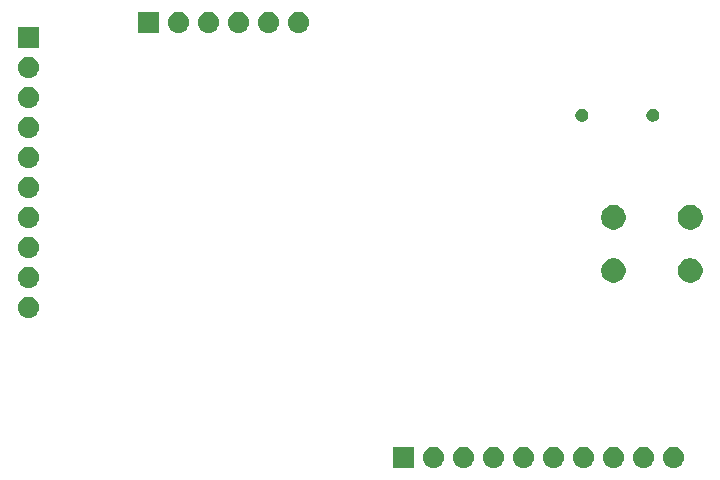
<source format=gbr>
G04 #@! TF.GenerationSoftware,KiCad,Pcbnew,5.0.2+dfsg1-1*
G04 #@! TF.CreationDate,2019-09-12T15:25:03-03:00*
G04 #@! TF.ProjectId,minicurso,6d696e69-6375-4727-936f-2e6b69636164,rev?*
G04 #@! TF.SameCoordinates,Original*
G04 #@! TF.FileFunction,Soldermask,Bot*
G04 #@! TF.FilePolarity,Negative*
%FSLAX46Y46*%
G04 Gerber Fmt 4.6, Leading zero omitted, Abs format (unit mm)*
G04 Created by KiCad (PCBNEW 5.0.2+dfsg1-1) date qui 12 set 2019 15:25:03 -03*
%MOMM*%
%LPD*%
G01*
G04 APERTURE LIST*
%ADD10C,0.100000*%
G04 APERTURE END LIST*
D10*
G36*
X115680442Y-75305518D02*
X115746627Y-75312037D01*
X115859853Y-75346384D01*
X115916467Y-75363557D01*
X116055087Y-75437652D01*
X116072991Y-75447222D01*
X116108729Y-75476552D01*
X116210186Y-75559814D01*
X116293448Y-75661271D01*
X116322778Y-75697009D01*
X116322779Y-75697011D01*
X116406443Y-75853533D01*
X116406443Y-75853534D01*
X116457963Y-76023373D01*
X116475359Y-76200000D01*
X116457963Y-76376627D01*
X116423616Y-76489853D01*
X116406443Y-76546467D01*
X116332348Y-76685087D01*
X116322778Y-76702991D01*
X116293448Y-76738729D01*
X116210186Y-76840186D01*
X116108729Y-76923448D01*
X116072991Y-76952778D01*
X116072989Y-76952779D01*
X115916467Y-77036443D01*
X115859853Y-77053616D01*
X115746627Y-77087963D01*
X115680442Y-77094482D01*
X115614260Y-77101000D01*
X115525740Y-77101000D01*
X115459558Y-77094482D01*
X115393373Y-77087963D01*
X115280147Y-77053616D01*
X115223533Y-77036443D01*
X115067011Y-76952779D01*
X115067009Y-76952778D01*
X115031271Y-76923448D01*
X114929814Y-76840186D01*
X114846552Y-76738729D01*
X114817222Y-76702991D01*
X114807652Y-76685087D01*
X114733557Y-76546467D01*
X114716384Y-76489853D01*
X114682037Y-76376627D01*
X114664641Y-76200000D01*
X114682037Y-76023373D01*
X114733557Y-75853534D01*
X114733557Y-75853533D01*
X114817221Y-75697011D01*
X114817222Y-75697009D01*
X114846552Y-75661271D01*
X114929814Y-75559814D01*
X115031271Y-75476552D01*
X115067009Y-75447222D01*
X115084913Y-75437652D01*
X115223533Y-75363557D01*
X115280147Y-75346384D01*
X115393373Y-75312037D01*
X115459558Y-75305518D01*
X115525740Y-75299000D01*
X115614260Y-75299000D01*
X115680442Y-75305518D01*
X115680442Y-75305518D01*
G37*
G36*
X113140442Y-75305518D02*
X113206627Y-75312037D01*
X113319853Y-75346384D01*
X113376467Y-75363557D01*
X113515087Y-75437652D01*
X113532991Y-75447222D01*
X113568729Y-75476552D01*
X113670186Y-75559814D01*
X113753448Y-75661271D01*
X113782778Y-75697009D01*
X113782779Y-75697011D01*
X113866443Y-75853533D01*
X113866443Y-75853534D01*
X113917963Y-76023373D01*
X113935359Y-76200000D01*
X113917963Y-76376627D01*
X113883616Y-76489853D01*
X113866443Y-76546467D01*
X113792348Y-76685087D01*
X113782778Y-76702991D01*
X113753448Y-76738729D01*
X113670186Y-76840186D01*
X113568729Y-76923448D01*
X113532991Y-76952778D01*
X113532989Y-76952779D01*
X113376467Y-77036443D01*
X113319853Y-77053616D01*
X113206627Y-77087963D01*
X113140442Y-77094482D01*
X113074260Y-77101000D01*
X112985740Y-77101000D01*
X112919558Y-77094482D01*
X112853373Y-77087963D01*
X112740147Y-77053616D01*
X112683533Y-77036443D01*
X112527011Y-76952779D01*
X112527009Y-76952778D01*
X112491271Y-76923448D01*
X112389814Y-76840186D01*
X112306552Y-76738729D01*
X112277222Y-76702991D01*
X112267652Y-76685087D01*
X112193557Y-76546467D01*
X112176384Y-76489853D01*
X112142037Y-76376627D01*
X112124641Y-76200000D01*
X112142037Y-76023373D01*
X112193557Y-75853534D01*
X112193557Y-75853533D01*
X112277221Y-75697011D01*
X112277222Y-75697009D01*
X112306552Y-75661271D01*
X112389814Y-75559814D01*
X112491271Y-75476552D01*
X112527009Y-75447222D01*
X112544913Y-75437652D01*
X112683533Y-75363557D01*
X112740147Y-75346384D01*
X112853373Y-75312037D01*
X112919558Y-75305518D01*
X112985740Y-75299000D01*
X113074260Y-75299000D01*
X113140442Y-75305518D01*
X113140442Y-75305518D01*
G37*
G36*
X110600442Y-75305518D02*
X110666627Y-75312037D01*
X110779853Y-75346384D01*
X110836467Y-75363557D01*
X110975087Y-75437652D01*
X110992991Y-75447222D01*
X111028729Y-75476552D01*
X111130186Y-75559814D01*
X111213448Y-75661271D01*
X111242778Y-75697009D01*
X111242779Y-75697011D01*
X111326443Y-75853533D01*
X111326443Y-75853534D01*
X111377963Y-76023373D01*
X111395359Y-76200000D01*
X111377963Y-76376627D01*
X111343616Y-76489853D01*
X111326443Y-76546467D01*
X111252348Y-76685087D01*
X111242778Y-76702991D01*
X111213448Y-76738729D01*
X111130186Y-76840186D01*
X111028729Y-76923448D01*
X110992991Y-76952778D01*
X110992989Y-76952779D01*
X110836467Y-77036443D01*
X110779853Y-77053616D01*
X110666627Y-77087963D01*
X110600442Y-77094482D01*
X110534260Y-77101000D01*
X110445740Y-77101000D01*
X110379558Y-77094482D01*
X110313373Y-77087963D01*
X110200147Y-77053616D01*
X110143533Y-77036443D01*
X109987011Y-76952779D01*
X109987009Y-76952778D01*
X109951271Y-76923448D01*
X109849814Y-76840186D01*
X109766552Y-76738729D01*
X109737222Y-76702991D01*
X109727652Y-76685087D01*
X109653557Y-76546467D01*
X109636384Y-76489853D01*
X109602037Y-76376627D01*
X109584641Y-76200000D01*
X109602037Y-76023373D01*
X109653557Y-75853534D01*
X109653557Y-75853533D01*
X109737221Y-75697011D01*
X109737222Y-75697009D01*
X109766552Y-75661271D01*
X109849814Y-75559814D01*
X109951271Y-75476552D01*
X109987009Y-75447222D01*
X110004913Y-75437652D01*
X110143533Y-75363557D01*
X110200147Y-75346384D01*
X110313373Y-75312037D01*
X110379558Y-75305518D01*
X110445740Y-75299000D01*
X110534260Y-75299000D01*
X110600442Y-75305518D01*
X110600442Y-75305518D01*
G37*
G36*
X108060442Y-75305518D02*
X108126627Y-75312037D01*
X108239853Y-75346384D01*
X108296467Y-75363557D01*
X108435087Y-75437652D01*
X108452991Y-75447222D01*
X108488729Y-75476552D01*
X108590186Y-75559814D01*
X108673448Y-75661271D01*
X108702778Y-75697009D01*
X108702779Y-75697011D01*
X108786443Y-75853533D01*
X108786443Y-75853534D01*
X108837963Y-76023373D01*
X108855359Y-76200000D01*
X108837963Y-76376627D01*
X108803616Y-76489853D01*
X108786443Y-76546467D01*
X108712348Y-76685087D01*
X108702778Y-76702991D01*
X108673448Y-76738729D01*
X108590186Y-76840186D01*
X108488729Y-76923448D01*
X108452991Y-76952778D01*
X108452989Y-76952779D01*
X108296467Y-77036443D01*
X108239853Y-77053616D01*
X108126627Y-77087963D01*
X108060442Y-77094482D01*
X107994260Y-77101000D01*
X107905740Y-77101000D01*
X107839558Y-77094482D01*
X107773373Y-77087963D01*
X107660147Y-77053616D01*
X107603533Y-77036443D01*
X107447011Y-76952779D01*
X107447009Y-76952778D01*
X107411271Y-76923448D01*
X107309814Y-76840186D01*
X107226552Y-76738729D01*
X107197222Y-76702991D01*
X107187652Y-76685087D01*
X107113557Y-76546467D01*
X107096384Y-76489853D01*
X107062037Y-76376627D01*
X107044641Y-76200000D01*
X107062037Y-76023373D01*
X107113557Y-75853534D01*
X107113557Y-75853533D01*
X107197221Y-75697011D01*
X107197222Y-75697009D01*
X107226552Y-75661271D01*
X107309814Y-75559814D01*
X107411271Y-75476552D01*
X107447009Y-75447222D01*
X107464913Y-75437652D01*
X107603533Y-75363557D01*
X107660147Y-75346384D01*
X107773373Y-75312037D01*
X107839558Y-75305518D01*
X107905740Y-75299000D01*
X107994260Y-75299000D01*
X108060442Y-75305518D01*
X108060442Y-75305518D01*
G37*
G36*
X105520442Y-75305518D02*
X105586627Y-75312037D01*
X105699853Y-75346384D01*
X105756467Y-75363557D01*
X105895087Y-75437652D01*
X105912991Y-75447222D01*
X105948729Y-75476552D01*
X106050186Y-75559814D01*
X106133448Y-75661271D01*
X106162778Y-75697009D01*
X106162779Y-75697011D01*
X106246443Y-75853533D01*
X106246443Y-75853534D01*
X106297963Y-76023373D01*
X106315359Y-76200000D01*
X106297963Y-76376627D01*
X106263616Y-76489853D01*
X106246443Y-76546467D01*
X106172348Y-76685087D01*
X106162778Y-76702991D01*
X106133448Y-76738729D01*
X106050186Y-76840186D01*
X105948729Y-76923448D01*
X105912991Y-76952778D01*
X105912989Y-76952779D01*
X105756467Y-77036443D01*
X105699853Y-77053616D01*
X105586627Y-77087963D01*
X105520442Y-77094482D01*
X105454260Y-77101000D01*
X105365740Y-77101000D01*
X105299558Y-77094482D01*
X105233373Y-77087963D01*
X105120147Y-77053616D01*
X105063533Y-77036443D01*
X104907011Y-76952779D01*
X104907009Y-76952778D01*
X104871271Y-76923448D01*
X104769814Y-76840186D01*
X104686552Y-76738729D01*
X104657222Y-76702991D01*
X104647652Y-76685087D01*
X104573557Y-76546467D01*
X104556384Y-76489853D01*
X104522037Y-76376627D01*
X104504641Y-76200000D01*
X104522037Y-76023373D01*
X104573557Y-75853534D01*
X104573557Y-75853533D01*
X104657221Y-75697011D01*
X104657222Y-75697009D01*
X104686552Y-75661271D01*
X104769814Y-75559814D01*
X104871271Y-75476552D01*
X104907009Y-75447222D01*
X104924913Y-75437652D01*
X105063533Y-75363557D01*
X105120147Y-75346384D01*
X105233373Y-75312037D01*
X105299558Y-75305518D01*
X105365740Y-75299000D01*
X105454260Y-75299000D01*
X105520442Y-75305518D01*
X105520442Y-75305518D01*
G37*
G36*
X102980442Y-75305518D02*
X103046627Y-75312037D01*
X103159853Y-75346384D01*
X103216467Y-75363557D01*
X103355087Y-75437652D01*
X103372991Y-75447222D01*
X103408729Y-75476552D01*
X103510186Y-75559814D01*
X103593448Y-75661271D01*
X103622778Y-75697009D01*
X103622779Y-75697011D01*
X103706443Y-75853533D01*
X103706443Y-75853534D01*
X103757963Y-76023373D01*
X103775359Y-76200000D01*
X103757963Y-76376627D01*
X103723616Y-76489853D01*
X103706443Y-76546467D01*
X103632348Y-76685087D01*
X103622778Y-76702991D01*
X103593448Y-76738729D01*
X103510186Y-76840186D01*
X103408729Y-76923448D01*
X103372991Y-76952778D01*
X103372989Y-76952779D01*
X103216467Y-77036443D01*
X103159853Y-77053616D01*
X103046627Y-77087963D01*
X102980442Y-77094482D01*
X102914260Y-77101000D01*
X102825740Y-77101000D01*
X102759558Y-77094482D01*
X102693373Y-77087963D01*
X102580147Y-77053616D01*
X102523533Y-77036443D01*
X102367011Y-76952779D01*
X102367009Y-76952778D01*
X102331271Y-76923448D01*
X102229814Y-76840186D01*
X102146552Y-76738729D01*
X102117222Y-76702991D01*
X102107652Y-76685087D01*
X102033557Y-76546467D01*
X102016384Y-76489853D01*
X101982037Y-76376627D01*
X101964641Y-76200000D01*
X101982037Y-76023373D01*
X102033557Y-75853534D01*
X102033557Y-75853533D01*
X102117221Y-75697011D01*
X102117222Y-75697009D01*
X102146552Y-75661271D01*
X102229814Y-75559814D01*
X102331271Y-75476552D01*
X102367009Y-75447222D01*
X102384913Y-75437652D01*
X102523533Y-75363557D01*
X102580147Y-75346384D01*
X102693373Y-75312037D01*
X102759558Y-75305518D01*
X102825740Y-75299000D01*
X102914260Y-75299000D01*
X102980442Y-75305518D01*
X102980442Y-75305518D01*
G37*
G36*
X100440442Y-75305518D02*
X100506627Y-75312037D01*
X100619853Y-75346384D01*
X100676467Y-75363557D01*
X100815087Y-75437652D01*
X100832991Y-75447222D01*
X100868729Y-75476552D01*
X100970186Y-75559814D01*
X101053448Y-75661271D01*
X101082778Y-75697009D01*
X101082779Y-75697011D01*
X101166443Y-75853533D01*
X101166443Y-75853534D01*
X101217963Y-76023373D01*
X101235359Y-76200000D01*
X101217963Y-76376627D01*
X101183616Y-76489853D01*
X101166443Y-76546467D01*
X101092348Y-76685087D01*
X101082778Y-76702991D01*
X101053448Y-76738729D01*
X100970186Y-76840186D01*
X100868729Y-76923448D01*
X100832991Y-76952778D01*
X100832989Y-76952779D01*
X100676467Y-77036443D01*
X100619853Y-77053616D01*
X100506627Y-77087963D01*
X100440442Y-77094482D01*
X100374260Y-77101000D01*
X100285740Y-77101000D01*
X100219558Y-77094482D01*
X100153373Y-77087963D01*
X100040147Y-77053616D01*
X99983533Y-77036443D01*
X99827011Y-76952779D01*
X99827009Y-76952778D01*
X99791271Y-76923448D01*
X99689814Y-76840186D01*
X99606552Y-76738729D01*
X99577222Y-76702991D01*
X99567652Y-76685087D01*
X99493557Y-76546467D01*
X99476384Y-76489853D01*
X99442037Y-76376627D01*
X99424641Y-76200000D01*
X99442037Y-76023373D01*
X99493557Y-75853534D01*
X99493557Y-75853533D01*
X99577221Y-75697011D01*
X99577222Y-75697009D01*
X99606552Y-75661271D01*
X99689814Y-75559814D01*
X99791271Y-75476552D01*
X99827009Y-75447222D01*
X99844913Y-75437652D01*
X99983533Y-75363557D01*
X100040147Y-75346384D01*
X100153373Y-75312037D01*
X100219558Y-75305518D01*
X100285740Y-75299000D01*
X100374260Y-75299000D01*
X100440442Y-75305518D01*
X100440442Y-75305518D01*
G37*
G36*
X97900442Y-75305518D02*
X97966627Y-75312037D01*
X98079853Y-75346384D01*
X98136467Y-75363557D01*
X98275087Y-75437652D01*
X98292991Y-75447222D01*
X98328729Y-75476552D01*
X98430186Y-75559814D01*
X98513448Y-75661271D01*
X98542778Y-75697009D01*
X98542779Y-75697011D01*
X98626443Y-75853533D01*
X98626443Y-75853534D01*
X98677963Y-76023373D01*
X98695359Y-76200000D01*
X98677963Y-76376627D01*
X98643616Y-76489853D01*
X98626443Y-76546467D01*
X98552348Y-76685087D01*
X98542778Y-76702991D01*
X98513448Y-76738729D01*
X98430186Y-76840186D01*
X98328729Y-76923448D01*
X98292991Y-76952778D01*
X98292989Y-76952779D01*
X98136467Y-77036443D01*
X98079853Y-77053616D01*
X97966627Y-77087963D01*
X97900442Y-77094482D01*
X97834260Y-77101000D01*
X97745740Y-77101000D01*
X97679558Y-77094482D01*
X97613373Y-77087963D01*
X97500147Y-77053616D01*
X97443533Y-77036443D01*
X97287011Y-76952779D01*
X97287009Y-76952778D01*
X97251271Y-76923448D01*
X97149814Y-76840186D01*
X97066552Y-76738729D01*
X97037222Y-76702991D01*
X97027652Y-76685087D01*
X96953557Y-76546467D01*
X96936384Y-76489853D01*
X96902037Y-76376627D01*
X96884641Y-76200000D01*
X96902037Y-76023373D01*
X96953557Y-75853534D01*
X96953557Y-75853533D01*
X97037221Y-75697011D01*
X97037222Y-75697009D01*
X97066552Y-75661271D01*
X97149814Y-75559814D01*
X97251271Y-75476552D01*
X97287009Y-75447222D01*
X97304913Y-75437652D01*
X97443533Y-75363557D01*
X97500147Y-75346384D01*
X97613373Y-75312037D01*
X97679558Y-75305518D01*
X97745740Y-75299000D01*
X97834260Y-75299000D01*
X97900442Y-75305518D01*
X97900442Y-75305518D01*
G37*
G36*
X93611000Y-77101000D02*
X91809000Y-77101000D01*
X91809000Y-75299000D01*
X93611000Y-75299000D01*
X93611000Y-77101000D01*
X93611000Y-77101000D01*
G37*
G36*
X95360442Y-75305518D02*
X95426627Y-75312037D01*
X95539853Y-75346384D01*
X95596467Y-75363557D01*
X95735087Y-75437652D01*
X95752991Y-75447222D01*
X95788729Y-75476552D01*
X95890186Y-75559814D01*
X95973448Y-75661271D01*
X96002778Y-75697009D01*
X96002779Y-75697011D01*
X96086443Y-75853533D01*
X96086443Y-75853534D01*
X96137963Y-76023373D01*
X96155359Y-76200000D01*
X96137963Y-76376627D01*
X96103616Y-76489853D01*
X96086443Y-76546467D01*
X96012348Y-76685087D01*
X96002778Y-76702991D01*
X95973448Y-76738729D01*
X95890186Y-76840186D01*
X95788729Y-76923448D01*
X95752991Y-76952778D01*
X95752989Y-76952779D01*
X95596467Y-77036443D01*
X95539853Y-77053616D01*
X95426627Y-77087963D01*
X95360442Y-77094482D01*
X95294260Y-77101000D01*
X95205740Y-77101000D01*
X95139558Y-77094482D01*
X95073373Y-77087963D01*
X94960147Y-77053616D01*
X94903533Y-77036443D01*
X94747011Y-76952779D01*
X94747009Y-76952778D01*
X94711271Y-76923448D01*
X94609814Y-76840186D01*
X94526552Y-76738729D01*
X94497222Y-76702991D01*
X94487652Y-76685087D01*
X94413557Y-76546467D01*
X94396384Y-76489853D01*
X94362037Y-76376627D01*
X94344641Y-76200000D01*
X94362037Y-76023373D01*
X94413557Y-75853534D01*
X94413557Y-75853533D01*
X94497221Y-75697011D01*
X94497222Y-75697009D01*
X94526552Y-75661271D01*
X94609814Y-75559814D01*
X94711271Y-75476552D01*
X94747009Y-75447222D01*
X94764913Y-75437652D01*
X94903533Y-75363557D01*
X94960147Y-75346384D01*
X95073373Y-75312037D01*
X95139558Y-75305518D01*
X95205740Y-75299000D01*
X95294260Y-75299000D01*
X95360442Y-75305518D01*
X95360442Y-75305518D01*
G37*
G36*
X61070442Y-62605518D02*
X61136627Y-62612037D01*
X61249853Y-62646384D01*
X61306467Y-62663557D01*
X61445087Y-62737652D01*
X61462991Y-62747222D01*
X61498729Y-62776552D01*
X61600186Y-62859814D01*
X61683448Y-62961271D01*
X61712778Y-62997009D01*
X61712779Y-62997011D01*
X61796443Y-63153533D01*
X61796443Y-63153534D01*
X61847963Y-63323373D01*
X61865359Y-63500000D01*
X61847963Y-63676627D01*
X61813616Y-63789853D01*
X61796443Y-63846467D01*
X61722348Y-63985087D01*
X61712778Y-64002991D01*
X61683448Y-64038729D01*
X61600186Y-64140186D01*
X61498729Y-64223448D01*
X61462991Y-64252778D01*
X61462989Y-64252779D01*
X61306467Y-64336443D01*
X61249853Y-64353616D01*
X61136627Y-64387963D01*
X61070442Y-64394482D01*
X61004260Y-64401000D01*
X60915740Y-64401000D01*
X60849558Y-64394482D01*
X60783373Y-64387963D01*
X60670147Y-64353616D01*
X60613533Y-64336443D01*
X60457011Y-64252779D01*
X60457009Y-64252778D01*
X60421271Y-64223448D01*
X60319814Y-64140186D01*
X60236552Y-64038729D01*
X60207222Y-64002991D01*
X60197652Y-63985087D01*
X60123557Y-63846467D01*
X60106384Y-63789853D01*
X60072037Y-63676627D01*
X60054641Y-63500000D01*
X60072037Y-63323373D01*
X60123557Y-63153534D01*
X60123557Y-63153533D01*
X60207221Y-62997011D01*
X60207222Y-62997009D01*
X60236552Y-62961271D01*
X60319814Y-62859814D01*
X60421271Y-62776552D01*
X60457009Y-62747222D01*
X60474913Y-62737652D01*
X60613533Y-62663557D01*
X60670147Y-62646384D01*
X60783373Y-62612037D01*
X60849558Y-62605518D01*
X60915740Y-62599000D01*
X61004260Y-62599000D01*
X61070442Y-62605518D01*
X61070442Y-62605518D01*
G37*
G36*
X61070442Y-60065518D02*
X61136627Y-60072037D01*
X61249853Y-60106384D01*
X61306467Y-60123557D01*
X61445087Y-60197652D01*
X61462991Y-60207222D01*
X61498729Y-60236552D01*
X61600186Y-60319814D01*
X61683448Y-60421271D01*
X61712778Y-60457009D01*
X61712779Y-60457011D01*
X61796443Y-60613533D01*
X61796443Y-60613534D01*
X61847963Y-60783373D01*
X61865359Y-60960000D01*
X61847963Y-61136627D01*
X61813616Y-61249853D01*
X61796443Y-61306467D01*
X61793814Y-61311385D01*
X61712778Y-61462991D01*
X61683448Y-61498729D01*
X61600186Y-61600186D01*
X61498729Y-61683448D01*
X61462991Y-61712778D01*
X61462989Y-61712779D01*
X61306467Y-61796443D01*
X61249853Y-61813616D01*
X61136627Y-61847963D01*
X61070443Y-61854481D01*
X61004260Y-61861000D01*
X60915740Y-61861000D01*
X60849557Y-61854481D01*
X60783373Y-61847963D01*
X60670147Y-61813616D01*
X60613533Y-61796443D01*
X60457011Y-61712779D01*
X60457009Y-61712778D01*
X60421271Y-61683448D01*
X60319814Y-61600186D01*
X60236552Y-61498729D01*
X60207222Y-61462991D01*
X60126186Y-61311385D01*
X60123557Y-61306467D01*
X60106384Y-61249853D01*
X60072037Y-61136627D01*
X60054641Y-60960000D01*
X60072037Y-60783373D01*
X60123557Y-60613534D01*
X60123557Y-60613533D01*
X60207221Y-60457011D01*
X60207222Y-60457009D01*
X60236552Y-60421271D01*
X60319814Y-60319814D01*
X60421271Y-60236552D01*
X60457009Y-60207222D01*
X60474913Y-60197652D01*
X60613533Y-60123557D01*
X60670147Y-60106384D01*
X60783373Y-60072037D01*
X60849558Y-60065518D01*
X60915740Y-60059000D01*
X61004260Y-60059000D01*
X61070442Y-60065518D01*
X61070442Y-60065518D01*
G37*
G36*
X110796565Y-59369389D02*
X110987834Y-59448615D01*
X111159976Y-59563637D01*
X111306363Y-59710024D01*
X111421385Y-59882166D01*
X111500611Y-60073435D01*
X111541000Y-60276484D01*
X111541000Y-60483516D01*
X111500611Y-60686565D01*
X111421385Y-60877834D01*
X111306363Y-61049976D01*
X111159976Y-61196363D01*
X110987834Y-61311385D01*
X110796565Y-61390611D01*
X110593516Y-61431000D01*
X110386484Y-61431000D01*
X110183435Y-61390611D01*
X109992166Y-61311385D01*
X109820024Y-61196363D01*
X109673637Y-61049976D01*
X109558615Y-60877834D01*
X109479389Y-60686565D01*
X109439000Y-60483516D01*
X109439000Y-60276484D01*
X109479389Y-60073435D01*
X109558615Y-59882166D01*
X109673637Y-59710024D01*
X109820024Y-59563637D01*
X109992166Y-59448615D01*
X110183435Y-59369389D01*
X110386484Y-59329000D01*
X110593516Y-59329000D01*
X110796565Y-59369389D01*
X110796565Y-59369389D01*
G37*
G36*
X117296565Y-59369389D02*
X117487834Y-59448615D01*
X117659976Y-59563637D01*
X117806363Y-59710024D01*
X117921385Y-59882166D01*
X118000611Y-60073435D01*
X118041000Y-60276484D01*
X118041000Y-60483516D01*
X118000611Y-60686565D01*
X117921385Y-60877834D01*
X117806363Y-61049976D01*
X117659976Y-61196363D01*
X117487834Y-61311385D01*
X117296565Y-61390611D01*
X117093516Y-61431000D01*
X116886484Y-61431000D01*
X116683435Y-61390611D01*
X116492166Y-61311385D01*
X116320024Y-61196363D01*
X116173637Y-61049976D01*
X116058615Y-60877834D01*
X115979389Y-60686565D01*
X115939000Y-60483516D01*
X115939000Y-60276484D01*
X115979389Y-60073435D01*
X116058615Y-59882166D01*
X116173637Y-59710024D01*
X116320024Y-59563637D01*
X116492166Y-59448615D01*
X116683435Y-59369389D01*
X116886484Y-59329000D01*
X117093516Y-59329000D01*
X117296565Y-59369389D01*
X117296565Y-59369389D01*
G37*
G36*
X61070443Y-57525519D02*
X61136627Y-57532037D01*
X61249853Y-57566384D01*
X61306467Y-57583557D01*
X61445087Y-57657652D01*
X61462991Y-57667222D01*
X61498729Y-57696552D01*
X61600186Y-57779814D01*
X61683448Y-57881271D01*
X61712778Y-57917009D01*
X61712779Y-57917011D01*
X61796443Y-58073533D01*
X61796443Y-58073534D01*
X61847963Y-58243373D01*
X61865359Y-58420000D01*
X61847963Y-58596627D01*
X61813616Y-58709853D01*
X61796443Y-58766467D01*
X61722348Y-58905087D01*
X61712778Y-58922991D01*
X61683448Y-58958729D01*
X61600186Y-59060186D01*
X61498729Y-59143448D01*
X61462991Y-59172778D01*
X61462989Y-59172779D01*
X61306467Y-59256443D01*
X61249853Y-59273616D01*
X61136627Y-59307963D01*
X61070442Y-59314482D01*
X61004260Y-59321000D01*
X60915740Y-59321000D01*
X60849558Y-59314482D01*
X60783373Y-59307963D01*
X60670147Y-59273616D01*
X60613533Y-59256443D01*
X60457011Y-59172779D01*
X60457009Y-59172778D01*
X60421271Y-59143448D01*
X60319814Y-59060186D01*
X60236552Y-58958729D01*
X60207222Y-58922991D01*
X60197652Y-58905087D01*
X60123557Y-58766467D01*
X60106384Y-58709853D01*
X60072037Y-58596627D01*
X60054641Y-58420000D01*
X60072037Y-58243373D01*
X60123557Y-58073534D01*
X60123557Y-58073533D01*
X60207221Y-57917011D01*
X60207222Y-57917009D01*
X60236552Y-57881271D01*
X60319814Y-57779814D01*
X60421271Y-57696552D01*
X60457009Y-57667222D01*
X60474913Y-57657652D01*
X60613533Y-57583557D01*
X60670147Y-57566384D01*
X60783373Y-57532037D01*
X60849557Y-57525519D01*
X60915740Y-57519000D01*
X61004260Y-57519000D01*
X61070443Y-57525519D01*
X61070443Y-57525519D01*
G37*
G36*
X110796565Y-54869389D02*
X110987834Y-54948615D01*
X111159976Y-55063637D01*
X111306363Y-55210024D01*
X111421385Y-55382166D01*
X111500611Y-55573435D01*
X111541000Y-55776484D01*
X111541000Y-55983516D01*
X111500611Y-56186565D01*
X111421385Y-56377834D01*
X111306363Y-56549976D01*
X111159976Y-56696363D01*
X110987834Y-56811385D01*
X110796565Y-56890611D01*
X110593516Y-56931000D01*
X110386484Y-56931000D01*
X110183435Y-56890611D01*
X109992166Y-56811385D01*
X109820024Y-56696363D01*
X109673637Y-56549976D01*
X109558615Y-56377834D01*
X109479389Y-56186565D01*
X109439000Y-55983516D01*
X109439000Y-55776484D01*
X109479389Y-55573435D01*
X109558615Y-55382166D01*
X109673637Y-55210024D01*
X109820024Y-55063637D01*
X109992166Y-54948615D01*
X110183435Y-54869389D01*
X110386484Y-54829000D01*
X110593516Y-54829000D01*
X110796565Y-54869389D01*
X110796565Y-54869389D01*
G37*
G36*
X117296565Y-54869389D02*
X117487834Y-54948615D01*
X117659976Y-55063637D01*
X117806363Y-55210024D01*
X117921385Y-55382166D01*
X118000611Y-55573435D01*
X118041000Y-55776484D01*
X118041000Y-55983516D01*
X118000611Y-56186565D01*
X117921385Y-56377834D01*
X117806363Y-56549976D01*
X117659976Y-56696363D01*
X117487834Y-56811385D01*
X117296565Y-56890611D01*
X117093516Y-56931000D01*
X116886484Y-56931000D01*
X116683435Y-56890611D01*
X116492166Y-56811385D01*
X116320024Y-56696363D01*
X116173637Y-56549976D01*
X116058615Y-56377834D01*
X115979389Y-56186565D01*
X115939000Y-55983516D01*
X115939000Y-55776484D01*
X115979389Y-55573435D01*
X116058615Y-55382166D01*
X116173637Y-55210024D01*
X116320024Y-55063637D01*
X116492166Y-54948615D01*
X116683435Y-54869389D01*
X116886484Y-54829000D01*
X117093516Y-54829000D01*
X117296565Y-54869389D01*
X117296565Y-54869389D01*
G37*
G36*
X61070443Y-54985519D02*
X61136627Y-54992037D01*
X61249853Y-55026384D01*
X61306467Y-55043557D01*
X61344033Y-55063637D01*
X61462991Y-55127222D01*
X61498729Y-55156552D01*
X61600186Y-55239814D01*
X61683448Y-55341271D01*
X61712778Y-55377009D01*
X61712779Y-55377011D01*
X61796443Y-55533533D01*
X61796443Y-55533534D01*
X61847963Y-55703373D01*
X61865359Y-55880000D01*
X61847963Y-56056627D01*
X61813616Y-56169853D01*
X61796443Y-56226467D01*
X61722348Y-56365087D01*
X61712778Y-56382991D01*
X61683448Y-56418729D01*
X61600186Y-56520186D01*
X61498729Y-56603448D01*
X61462991Y-56632778D01*
X61462989Y-56632779D01*
X61306467Y-56716443D01*
X61249853Y-56733616D01*
X61136627Y-56767963D01*
X61070443Y-56774481D01*
X61004260Y-56781000D01*
X60915740Y-56781000D01*
X60849557Y-56774481D01*
X60783373Y-56767963D01*
X60670147Y-56733616D01*
X60613533Y-56716443D01*
X60457011Y-56632779D01*
X60457009Y-56632778D01*
X60421271Y-56603448D01*
X60319814Y-56520186D01*
X60236552Y-56418729D01*
X60207222Y-56382991D01*
X60197652Y-56365087D01*
X60123557Y-56226467D01*
X60106384Y-56169853D01*
X60072037Y-56056627D01*
X60054641Y-55880000D01*
X60072037Y-55703373D01*
X60123557Y-55533534D01*
X60123557Y-55533533D01*
X60207221Y-55377011D01*
X60207222Y-55377009D01*
X60236552Y-55341271D01*
X60319814Y-55239814D01*
X60421271Y-55156552D01*
X60457009Y-55127222D01*
X60575967Y-55063637D01*
X60613533Y-55043557D01*
X60670147Y-55026384D01*
X60783373Y-54992037D01*
X60849557Y-54985519D01*
X60915740Y-54979000D01*
X61004260Y-54979000D01*
X61070443Y-54985519D01*
X61070443Y-54985519D01*
G37*
G36*
X61070443Y-52445519D02*
X61136627Y-52452037D01*
X61249853Y-52486384D01*
X61306467Y-52503557D01*
X61445087Y-52577652D01*
X61462991Y-52587222D01*
X61498729Y-52616552D01*
X61600186Y-52699814D01*
X61683448Y-52801271D01*
X61712778Y-52837009D01*
X61712779Y-52837011D01*
X61796443Y-52993533D01*
X61796443Y-52993534D01*
X61847963Y-53163373D01*
X61865359Y-53340000D01*
X61847963Y-53516627D01*
X61813616Y-53629853D01*
X61796443Y-53686467D01*
X61722348Y-53825087D01*
X61712778Y-53842991D01*
X61683448Y-53878729D01*
X61600186Y-53980186D01*
X61498729Y-54063448D01*
X61462991Y-54092778D01*
X61462989Y-54092779D01*
X61306467Y-54176443D01*
X61249853Y-54193616D01*
X61136627Y-54227963D01*
X61070442Y-54234482D01*
X61004260Y-54241000D01*
X60915740Y-54241000D01*
X60849558Y-54234482D01*
X60783373Y-54227963D01*
X60670147Y-54193616D01*
X60613533Y-54176443D01*
X60457011Y-54092779D01*
X60457009Y-54092778D01*
X60421271Y-54063448D01*
X60319814Y-53980186D01*
X60236552Y-53878729D01*
X60207222Y-53842991D01*
X60197652Y-53825087D01*
X60123557Y-53686467D01*
X60106384Y-53629853D01*
X60072037Y-53516627D01*
X60054641Y-53340000D01*
X60072037Y-53163373D01*
X60123557Y-52993534D01*
X60123557Y-52993533D01*
X60207221Y-52837011D01*
X60207222Y-52837009D01*
X60236552Y-52801271D01*
X60319814Y-52699814D01*
X60421271Y-52616552D01*
X60457009Y-52587222D01*
X60474913Y-52577652D01*
X60613533Y-52503557D01*
X60670147Y-52486384D01*
X60783373Y-52452037D01*
X60849558Y-52445518D01*
X60915740Y-52439000D01*
X61004260Y-52439000D01*
X61070443Y-52445519D01*
X61070443Y-52445519D01*
G37*
G36*
X61070442Y-49905518D02*
X61136627Y-49912037D01*
X61249853Y-49946384D01*
X61306467Y-49963557D01*
X61445087Y-50037652D01*
X61462991Y-50047222D01*
X61498729Y-50076552D01*
X61600186Y-50159814D01*
X61683448Y-50261271D01*
X61712778Y-50297009D01*
X61712779Y-50297011D01*
X61796443Y-50453533D01*
X61796443Y-50453534D01*
X61847963Y-50623373D01*
X61865359Y-50800000D01*
X61847963Y-50976627D01*
X61813616Y-51089853D01*
X61796443Y-51146467D01*
X61722348Y-51285087D01*
X61712778Y-51302991D01*
X61683448Y-51338729D01*
X61600186Y-51440186D01*
X61498729Y-51523448D01*
X61462991Y-51552778D01*
X61462989Y-51552779D01*
X61306467Y-51636443D01*
X61249853Y-51653616D01*
X61136627Y-51687963D01*
X61070442Y-51694482D01*
X61004260Y-51701000D01*
X60915740Y-51701000D01*
X60849558Y-51694482D01*
X60783373Y-51687963D01*
X60670147Y-51653616D01*
X60613533Y-51636443D01*
X60457011Y-51552779D01*
X60457009Y-51552778D01*
X60421271Y-51523448D01*
X60319814Y-51440186D01*
X60236552Y-51338729D01*
X60207222Y-51302991D01*
X60197652Y-51285087D01*
X60123557Y-51146467D01*
X60106384Y-51089853D01*
X60072037Y-50976627D01*
X60054641Y-50800000D01*
X60072037Y-50623373D01*
X60123557Y-50453534D01*
X60123557Y-50453533D01*
X60207221Y-50297011D01*
X60207222Y-50297009D01*
X60236552Y-50261271D01*
X60319814Y-50159814D01*
X60421271Y-50076552D01*
X60457009Y-50047222D01*
X60474913Y-50037652D01*
X60613533Y-49963557D01*
X60670147Y-49946384D01*
X60783373Y-49912037D01*
X60849557Y-49905519D01*
X60915740Y-49899000D01*
X61004260Y-49899000D01*
X61070442Y-49905518D01*
X61070442Y-49905518D01*
G37*
G36*
X61070443Y-47365519D02*
X61136627Y-47372037D01*
X61249853Y-47406384D01*
X61306467Y-47423557D01*
X61432633Y-47490995D01*
X61462991Y-47507222D01*
X61498729Y-47536552D01*
X61600186Y-47619814D01*
X61681002Y-47718290D01*
X61712778Y-47757009D01*
X61712779Y-47757011D01*
X61796443Y-47913533D01*
X61796443Y-47913534D01*
X61847963Y-48083373D01*
X61865359Y-48260000D01*
X61847963Y-48436627D01*
X61813616Y-48549853D01*
X61796443Y-48606467D01*
X61722348Y-48745087D01*
X61712778Y-48762991D01*
X61683448Y-48798729D01*
X61600186Y-48900186D01*
X61498729Y-48983448D01*
X61462991Y-49012778D01*
X61462989Y-49012779D01*
X61306467Y-49096443D01*
X61249853Y-49113616D01*
X61136627Y-49147963D01*
X61070443Y-49154481D01*
X61004260Y-49161000D01*
X60915740Y-49161000D01*
X60849557Y-49154481D01*
X60783373Y-49147963D01*
X60670147Y-49113616D01*
X60613533Y-49096443D01*
X60457011Y-49012779D01*
X60457009Y-49012778D01*
X60421271Y-48983448D01*
X60319814Y-48900186D01*
X60236552Y-48798729D01*
X60207222Y-48762991D01*
X60197652Y-48745087D01*
X60123557Y-48606467D01*
X60106384Y-48549853D01*
X60072037Y-48436627D01*
X60054641Y-48260000D01*
X60072037Y-48083373D01*
X60123557Y-47913534D01*
X60123557Y-47913533D01*
X60207221Y-47757011D01*
X60207222Y-47757009D01*
X60238998Y-47718290D01*
X60319814Y-47619814D01*
X60421271Y-47536552D01*
X60457009Y-47507222D01*
X60487367Y-47490995D01*
X60613533Y-47423557D01*
X60670147Y-47406384D01*
X60783373Y-47372037D01*
X60849557Y-47365519D01*
X60915740Y-47359000D01*
X61004260Y-47359000D01*
X61070443Y-47365519D01*
X61070443Y-47365519D01*
G37*
G36*
X113980721Y-46700174D02*
X114080995Y-46741709D01*
X114171245Y-46802012D01*
X114247988Y-46878755D01*
X114308291Y-46969005D01*
X114349826Y-47069279D01*
X114371000Y-47175730D01*
X114371000Y-47284270D01*
X114349826Y-47390721D01*
X114308291Y-47490995D01*
X114247988Y-47581245D01*
X114171245Y-47657988D01*
X114080995Y-47718291D01*
X113980721Y-47759826D01*
X113874270Y-47781000D01*
X113765730Y-47781000D01*
X113659279Y-47759826D01*
X113559005Y-47718291D01*
X113468755Y-47657988D01*
X113392012Y-47581245D01*
X113331709Y-47490995D01*
X113290174Y-47390721D01*
X113269000Y-47284270D01*
X113269000Y-47175730D01*
X113290174Y-47069279D01*
X113331709Y-46969005D01*
X113392012Y-46878755D01*
X113468755Y-46802012D01*
X113559005Y-46741709D01*
X113659279Y-46700174D01*
X113765730Y-46679000D01*
X113874270Y-46679000D01*
X113980721Y-46700174D01*
X113980721Y-46700174D01*
G37*
G36*
X107980721Y-46700174D02*
X108080995Y-46741709D01*
X108171245Y-46802012D01*
X108247988Y-46878755D01*
X108308291Y-46969005D01*
X108349826Y-47069279D01*
X108371000Y-47175730D01*
X108371000Y-47284270D01*
X108349826Y-47390721D01*
X108308291Y-47490995D01*
X108247988Y-47581245D01*
X108171245Y-47657988D01*
X108080995Y-47718291D01*
X107980721Y-47759826D01*
X107874270Y-47781000D01*
X107765730Y-47781000D01*
X107659279Y-47759826D01*
X107559005Y-47718291D01*
X107468755Y-47657988D01*
X107392012Y-47581245D01*
X107331709Y-47490995D01*
X107290174Y-47390721D01*
X107269000Y-47284270D01*
X107269000Y-47175730D01*
X107290174Y-47069279D01*
X107331709Y-46969005D01*
X107392012Y-46878755D01*
X107468755Y-46802012D01*
X107559005Y-46741709D01*
X107659279Y-46700174D01*
X107765730Y-46679000D01*
X107874270Y-46679000D01*
X107980721Y-46700174D01*
X107980721Y-46700174D01*
G37*
G36*
X61070442Y-44825518D02*
X61136627Y-44832037D01*
X61249853Y-44866384D01*
X61306467Y-44883557D01*
X61445087Y-44957652D01*
X61462991Y-44967222D01*
X61498729Y-44996552D01*
X61600186Y-45079814D01*
X61683448Y-45181271D01*
X61712778Y-45217009D01*
X61712779Y-45217011D01*
X61796443Y-45373533D01*
X61796443Y-45373534D01*
X61847963Y-45543373D01*
X61865359Y-45720000D01*
X61847963Y-45896627D01*
X61813616Y-46009853D01*
X61796443Y-46066467D01*
X61722348Y-46205087D01*
X61712778Y-46222991D01*
X61683448Y-46258729D01*
X61600186Y-46360186D01*
X61498729Y-46443448D01*
X61462991Y-46472778D01*
X61462989Y-46472779D01*
X61306467Y-46556443D01*
X61249853Y-46573616D01*
X61136627Y-46607963D01*
X61070442Y-46614482D01*
X61004260Y-46621000D01*
X60915740Y-46621000D01*
X60849558Y-46614482D01*
X60783373Y-46607963D01*
X60670147Y-46573616D01*
X60613533Y-46556443D01*
X60457011Y-46472779D01*
X60457009Y-46472778D01*
X60421271Y-46443448D01*
X60319814Y-46360186D01*
X60236552Y-46258729D01*
X60207222Y-46222991D01*
X60197652Y-46205087D01*
X60123557Y-46066467D01*
X60106384Y-46009853D01*
X60072037Y-45896627D01*
X60054641Y-45720000D01*
X60072037Y-45543373D01*
X60123557Y-45373534D01*
X60123557Y-45373533D01*
X60207221Y-45217011D01*
X60207222Y-45217009D01*
X60236552Y-45181271D01*
X60319814Y-45079814D01*
X60421271Y-44996552D01*
X60457009Y-44967222D01*
X60474913Y-44957652D01*
X60613533Y-44883557D01*
X60670147Y-44866384D01*
X60783373Y-44832037D01*
X60849558Y-44825518D01*
X60915740Y-44819000D01*
X61004260Y-44819000D01*
X61070442Y-44825518D01*
X61070442Y-44825518D01*
G37*
G36*
X61070442Y-42285518D02*
X61136627Y-42292037D01*
X61249853Y-42326384D01*
X61306467Y-42343557D01*
X61445087Y-42417652D01*
X61462991Y-42427222D01*
X61498729Y-42456552D01*
X61600186Y-42539814D01*
X61683448Y-42641271D01*
X61712778Y-42677009D01*
X61712779Y-42677011D01*
X61796443Y-42833533D01*
X61796443Y-42833534D01*
X61847963Y-43003373D01*
X61865359Y-43180000D01*
X61847963Y-43356627D01*
X61813616Y-43469853D01*
X61796443Y-43526467D01*
X61722348Y-43665087D01*
X61712778Y-43682991D01*
X61683448Y-43718729D01*
X61600186Y-43820186D01*
X61498729Y-43903448D01*
X61462991Y-43932778D01*
X61462989Y-43932779D01*
X61306467Y-44016443D01*
X61249853Y-44033616D01*
X61136627Y-44067963D01*
X61070443Y-44074481D01*
X61004260Y-44081000D01*
X60915740Y-44081000D01*
X60849557Y-44074481D01*
X60783373Y-44067963D01*
X60670147Y-44033616D01*
X60613533Y-44016443D01*
X60457011Y-43932779D01*
X60457009Y-43932778D01*
X60421271Y-43903448D01*
X60319814Y-43820186D01*
X60236552Y-43718729D01*
X60207222Y-43682991D01*
X60197652Y-43665087D01*
X60123557Y-43526467D01*
X60106384Y-43469853D01*
X60072037Y-43356627D01*
X60054641Y-43180000D01*
X60072037Y-43003373D01*
X60123557Y-42833534D01*
X60123557Y-42833533D01*
X60207221Y-42677011D01*
X60207222Y-42677009D01*
X60236552Y-42641271D01*
X60319814Y-42539814D01*
X60421271Y-42456552D01*
X60457009Y-42427222D01*
X60474913Y-42417652D01*
X60613533Y-42343557D01*
X60670147Y-42326384D01*
X60783373Y-42292037D01*
X60849558Y-42285518D01*
X60915740Y-42279000D01*
X61004260Y-42279000D01*
X61070442Y-42285518D01*
X61070442Y-42285518D01*
G37*
G36*
X61861000Y-41541000D02*
X60059000Y-41541000D01*
X60059000Y-39739000D01*
X61861000Y-39739000D01*
X61861000Y-41541000D01*
X61861000Y-41541000D01*
G37*
G36*
X72021000Y-40271000D02*
X70219000Y-40271000D01*
X70219000Y-38469000D01*
X72021000Y-38469000D01*
X72021000Y-40271000D01*
X72021000Y-40271000D01*
G37*
G36*
X73770443Y-38475519D02*
X73836627Y-38482037D01*
X73949853Y-38516384D01*
X74006467Y-38533557D01*
X74145087Y-38607652D01*
X74162991Y-38617222D01*
X74198729Y-38646552D01*
X74300186Y-38729814D01*
X74383448Y-38831271D01*
X74412778Y-38867009D01*
X74412779Y-38867011D01*
X74496443Y-39023533D01*
X74496443Y-39023534D01*
X74547963Y-39193373D01*
X74565359Y-39370000D01*
X74547963Y-39546627D01*
X74513616Y-39659853D01*
X74496443Y-39716467D01*
X74422348Y-39855087D01*
X74412778Y-39872991D01*
X74383448Y-39908729D01*
X74300186Y-40010186D01*
X74198729Y-40093448D01*
X74162991Y-40122778D01*
X74162989Y-40122779D01*
X74006467Y-40206443D01*
X73949853Y-40223616D01*
X73836627Y-40257963D01*
X73770443Y-40264481D01*
X73704260Y-40271000D01*
X73615740Y-40271000D01*
X73549557Y-40264481D01*
X73483373Y-40257963D01*
X73370147Y-40223616D01*
X73313533Y-40206443D01*
X73157011Y-40122779D01*
X73157009Y-40122778D01*
X73121271Y-40093448D01*
X73019814Y-40010186D01*
X72936552Y-39908729D01*
X72907222Y-39872991D01*
X72897652Y-39855087D01*
X72823557Y-39716467D01*
X72806384Y-39659853D01*
X72772037Y-39546627D01*
X72754641Y-39370000D01*
X72772037Y-39193373D01*
X72823557Y-39023534D01*
X72823557Y-39023533D01*
X72907221Y-38867011D01*
X72907222Y-38867009D01*
X72936552Y-38831271D01*
X73019814Y-38729814D01*
X73121271Y-38646552D01*
X73157009Y-38617222D01*
X73174913Y-38607652D01*
X73313533Y-38533557D01*
X73370147Y-38516384D01*
X73483373Y-38482037D01*
X73549557Y-38475519D01*
X73615740Y-38469000D01*
X73704260Y-38469000D01*
X73770443Y-38475519D01*
X73770443Y-38475519D01*
G37*
G36*
X76310443Y-38475519D02*
X76376627Y-38482037D01*
X76489853Y-38516384D01*
X76546467Y-38533557D01*
X76685087Y-38607652D01*
X76702991Y-38617222D01*
X76738729Y-38646552D01*
X76840186Y-38729814D01*
X76923448Y-38831271D01*
X76952778Y-38867009D01*
X76952779Y-38867011D01*
X77036443Y-39023533D01*
X77036443Y-39023534D01*
X77087963Y-39193373D01*
X77105359Y-39370000D01*
X77087963Y-39546627D01*
X77053616Y-39659853D01*
X77036443Y-39716467D01*
X76962348Y-39855087D01*
X76952778Y-39872991D01*
X76923448Y-39908729D01*
X76840186Y-40010186D01*
X76738729Y-40093448D01*
X76702991Y-40122778D01*
X76702989Y-40122779D01*
X76546467Y-40206443D01*
X76489853Y-40223616D01*
X76376627Y-40257963D01*
X76310443Y-40264481D01*
X76244260Y-40271000D01*
X76155740Y-40271000D01*
X76089557Y-40264481D01*
X76023373Y-40257963D01*
X75910147Y-40223616D01*
X75853533Y-40206443D01*
X75697011Y-40122779D01*
X75697009Y-40122778D01*
X75661271Y-40093448D01*
X75559814Y-40010186D01*
X75476552Y-39908729D01*
X75447222Y-39872991D01*
X75437652Y-39855087D01*
X75363557Y-39716467D01*
X75346384Y-39659853D01*
X75312037Y-39546627D01*
X75294641Y-39370000D01*
X75312037Y-39193373D01*
X75363557Y-39023534D01*
X75363557Y-39023533D01*
X75447221Y-38867011D01*
X75447222Y-38867009D01*
X75476552Y-38831271D01*
X75559814Y-38729814D01*
X75661271Y-38646552D01*
X75697009Y-38617222D01*
X75714913Y-38607652D01*
X75853533Y-38533557D01*
X75910147Y-38516384D01*
X76023373Y-38482037D01*
X76089557Y-38475519D01*
X76155740Y-38469000D01*
X76244260Y-38469000D01*
X76310443Y-38475519D01*
X76310443Y-38475519D01*
G37*
G36*
X78850443Y-38475519D02*
X78916627Y-38482037D01*
X79029853Y-38516384D01*
X79086467Y-38533557D01*
X79225087Y-38607652D01*
X79242991Y-38617222D01*
X79278729Y-38646552D01*
X79380186Y-38729814D01*
X79463448Y-38831271D01*
X79492778Y-38867009D01*
X79492779Y-38867011D01*
X79576443Y-39023533D01*
X79576443Y-39023534D01*
X79627963Y-39193373D01*
X79645359Y-39370000D01*
X79627963Y-39546627D01*
X79593616Y-39659853D01*
X79576443Y-39716467D01*
X79502348Y-39855087D01*
X79492778Y-39872991D01*
X79463448Y-39908729D01*
X79380186Y-40010186D01*
X79278729Y-40093448D01*
X79242991Y-40122778D01*
X79242989Y-40122779D01*
X79086467Y-40206443D01*
X79029853Y-40223616D01*
X78916627Y-40257963D01*
X78850443Y-40264481D01*
X78784260Y-40271000D01*
X78695740Y-40271000D01*
X78629557Y-40264481D01*
X78563373Y-40257963D01*
X78450147Y-40223616D01*
X78393533Y-40206443D01*
X78237011Y-40122779D01*
X78237009Y-40122778D01*
X78201271Y-40093448D01*
X78099814Y-40010186D01*
X78016552Y-39908729D01*
X77987222Y-39872991D01*
X77977652Y-39855087D01*
X77903557Y-39716467D01*
X77886384Y-39659853D01*
X77852037Y-39546627D01*
X77834641Y-39370000D01*
X77852037Y-39193373D01*
X77903557Y-39023534D01*
X77903557Y-39023533D01*
X77987221Y-38867011D01*
X77987222Y-38867009D01*
X78016552Y-38831271D01*
X78099814Y-38729814D01*
X78201271Y-38646552D01*
X78237009Y-38617222D01*
X78254913Y-38607652D01*
X78393533Y-38533557D01*
X78450147Y-38516384D01*
X78563373Y-38482037D01*
X78629557Y-38475519D01*
X78695740Y-38469000D01*
X78784260Y-38469000D01*
X78850443Y-38475519D01*
X78850443Y-38475519D01*
G37*
G36*
X83930443Y-38475519D02*
X83996627Y-38482037D01*
X84109853Y-38516384D01*
X84166467Y-38533557D01*
X84305087Y-38607652D01*
X84322991Y-38617222D01*
X84358729Y-38646552D01*
X84460186Y-38729814D01*
X84543448Y-38831271D01*
X84572778Y-38867009D01*
X84572779Y-38867011D01*
X84656443Y-39023533D01*
X84656443Y-39023534D01*
X84707963Y-39193373D01*
X84725359Y-39370000D01*
X84707963Y-39546627D01*
X84673616Y-39659853D01*
X84656443Y-39716467D01*
X84582348Y-39855087D01*
X84572778Y-39872991D01*
X84543448Y-39908729D01*
X84460186Y-40010186D01*
X84358729Y-40093448D01*
X84322991Y-40122778D01*
X84322989Y-40122779D01*
X84166467Y-40206443D01*
X84109853Y-40223616D01*
X83996627Y-40257963D01*
X83930443Y-40264481D01*
X83864260Y-40271000D01*
X83775740Y-40271000D01*
X83709557Y-40264481D01*
X83643373Y-40257963D01*
X83530147Y-40223616D01*
X83473533Y-40206443D01*
X83317011Y-40122779D01*
X83317009Y-40122778D01*
X83281271Y-40093448D01*
X83179814Y-40010186D01*
X83096552Y-39908729D01*
X83067222Y-39872991D01*
X83057652Y-39855087D01*
X82983557Y-39716467D01*
X82966384Y-39659853D01*
X82932037Y-39546627D01*
X82914641Y-39370000D01*
X82932037Y-39193373D01*
X82983557Y-39023534D01*
X82983557Y-39023533D01*
X83067221Y-38867011D01*
X83067222Y-38867009D01*
X83096552Y-38831271D01*
X83179814Y-38729814D01*
X83281271Y-38646552D01*
X83317009Y-38617222D01*
X83334913Y-38607652D01*
X83473533Y-38533557D01*
X83530147Y-38516384D01*
X83643373Y-38482037D01*
X83709557Y-38475519D01*
X83775740Y-38469000D01*
X83864260Y-38469000D01*
X83930443Y-38475519D01*
X83930443Y-38475519D01*
G37*
G36*
X81390443Y-38475519D02*
X81456627Y-38482037D01*
X81569853Y-38516384D01*
X81626467Y-38533557D01*
X81765087Y-38607652D01*
X81782991Y-38617222D01*
X81818729Y-38646552D01*
X81920186Y-38729814D01*
X82003448Y-38831271D01*
X82032778Y-38867009D01*
X82032779Y-38867011D01*
X82116443Y-39023533D01*
X82116443Y-39023534D01*
X82167963Y-39193373D01*
X82185359Y-39370000D01*
X82167963Y-39546627D01*
X82133616Y-39659853D01*
X82116443Y-39716467D01*
X82042348Y-39855087D01*
X82032778Y-39872991D01*
X82003448Y-39908729D01*
X81920186Y-40010186D01*
X81818729Y-40093448D01*
X81782991Y-40122778D01*
X81782989Y-40122779D01*
X81626467Y-40206443D01*
X81569853Y-40223616D01*
X81456627Y-40257963D01*
X81390443Y-40264481D01*
X81324260Y-40271000D01*
X81235740Y-40271000D01*
X81169557Y-40264481D01*
X81103373Y-40257963D01*
X80990147Y-40223616D01*
X80933533Y-40206443D01*
X80777011Y-40122779D01*
X80777009Y-40122778D01*
X80741271Y-40093448D01*
X80639814Y-40010186D01*
X80556552Y-39908729D01*
X80527222Y-39872991D01*
X80517652Y-39855087D01*
X80443557Y-39716467D01*
X80426384Y-39659853D01*
X80392037Y-39546627D01*
X80374641Y-39370000D01*
X80392037Y-39193373D01*
X80443557Y-39023534D01*
X80443557Y-39023533D01*
X80527221Y-38867011D01*
X80527222Y-38867009D01*
X80556552Y-38831271D01*
X80639814Y-38729814D01*
X80741271Y-38646552D01*
X80777009Y-38617222D01*
X80794913Y-38607652D01*
X80933533Y-38533557D01*
X80990147Y-38516384D01*
X81103373Y-38482037D01*
X81169557Y-38475519D01*
X81235740Y-38469000D01*
X81324260Y-38469000D01*
X81390443Y-38475519D01*
X81390443Y-38475519D01*
G37*
M02*

</source>
